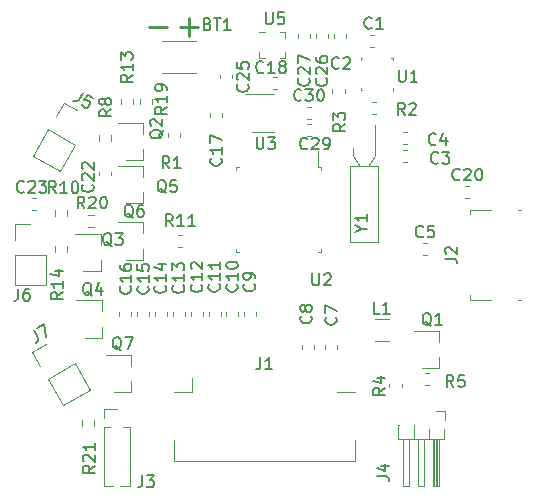
<source format=gbr>
G04 #@! TF.GenerationSoftware,KiCad,Pcbnew,5.1.8-1.fc33*
G04 #@! TF.CreationDate,2021-08-02T18:18:17+02:00*
G04 #@! TF.ProjectId,sense,73656e73-652e-46b6-9963-61645f706362,rev?*
G04 #@! TF.SameCoordinates,Original*
G04 #@! TF.FileFunction,Legend,Top*
G04 #@! TF.FilePolarity,Positive*
%FSLAX46Y46*%
G04 Gerber Fmt 4.6, Leading zero omitted, Abs format (unit mm)*
G04 Created by KiCad (PCBNEW 5.1.8-1.fc33) date 2021-08-02 18:18:17*
%MOMM*%
%LPD*%
G01*
G04 APERTURE LIST*
%ADD10C,0.220000*%
%ADD11C,0.120000*%
%ADD12C,0.100000*%
%ADD13C,0.150000*%
G04 APERTURE END LIST*
D10*
X149728095Y-99482857D02*
X151251904Y-99482857D01*
X152400095Y-99456857D02*
X153923904Y-99456857D01*
X153162000Y-100218761D02*
X153162000Y-98694952D01*
D11*
X144587742Y-115377500D02*
X145062258Y-115377500D01*
X144587742Y-116422500D02*
X145062258Y-116422500D01*
X166755000Y-111274000D02*
X166755000Y-117674000D01*
X166755000Y-117674000D02*
X169155000Y-117674000D01*
X169155000Y-117674000D02*
X169155000Y-111274000D01*
X169155000Y-111274000D02*
X166755000Y-111274000D01*
X167605000Y-111274000D02*
X167005000Y-110374000D01*
X167005000Y-110374000D02*
X167005000Y-109702600D01*
X168305000Y-111274000D02*
X168905000Y-110374000D01*
X168905000Y-110374000D02*
X168910000Y-107797600D01*
D12*
X170370000Y-102120000D02*
X170220000Y-102120000D01*
X170370000Y-102130000D02*
X170370000Y-102280000D01*
X167670000Y-102130000D02*
X167670000Y-102280000D01*
X167670000Y-102130000D02*
X167820000Y-102130000D01*
X167820000Y-104830000D02*
X167670000Y-104830000D01*
X167670000Y-104830000D02*
X167670000Y-104680000D01*
X170370000Y-104680000D02*
X170370000Y-104930000D01*
D11*
X153350000Y-130410000D02*
X151860000Y-130410000D01*
X165670000Y-130410000D02*
X167160000Y-130410000D01*
X151860000Y-134470000D02*
X151860000Y-136210000D01*
X151860000Y-136210000D02*
X167160000Y-136210000D01*
X167160000Y-136210000D02*
X167160000Y-134470000D01*
X153350000Y-130410000D02*
X153350000Y-129210000D01*
X153692064Y-103400000D02*
X150887936Y-103400000D01*
X153692064Y-100680000D02*
X150887936Y-100680000D01*
X168818779Y-100150000D02*
X168493221Y-100150000D01*
X168818779Y-101170000D02*
X168493221Y-101170000D01*
X165400000Y-100422779D02*
X165400000Y-100097221D01*
X166420000Y-100422779D02*
X166420000Y-100097221D01*
X171257221Y-109930000D02*
X171582779Y-109930000D01*
X171257221Y-110950000D02*
X171582779Y-110950000D01*
X171277221Y-109410000D02*
X171602779Y-109410000D01*
X171277221Y-108390000D02*
X171602779Y-108390000D01*
X172967221Y-118790000D02*
X173292779Y-118790000D01*
X172967221Y-117770000D02*
X173292779Y-117770000D01*
X164630000Y-126762779D02*
X164630000Y-126437221D01*
X165650000Y-126762779D02*
X165650000Y-126437221D01*
X162720000Y-126742779D02*
X162720000Y-126417221D01*
X163740000Y-126742779D02*
X163740000Y-126417221D01*
X158830000Y-123942779D02*
X158830000Y-123617221D01*
X157810000Y-123942779D02*
X157810000Y-123617221D01*
X157320000Y-123942779D02*
X157320000Y-123617221D01*
X156300000Y-123942779D02*
X156300000Y-123617221D01*
X154790000Y-123942779D02*
X154790000Y-123617221D01*
X155810000Y-123942779D02*
X155810000Y-123617221D01*
X153280000Y-123932779D02*
X153280000Y-123607221D01*
X154300000Y-123932779D02*
X154300000Y-123607221D01*
X152790000Y-123932779D02*
X152790000Y-123607221D01*
X151770000Y-123932779D02*
X151770000Y-123607221D01*
X150260000Y-123932779D02*
X150260000Y-123607221D01*
X151280000Y-123932779D02*
X151280000Y-123607221D01*
X149770000Y-123932779D02*
X149770000Y-123607221D01*
X148750000Y-123932779D02*
X148750000Y-123607221D01*
X148260000Y-123932779D02*
X148260000Y-123607221D01*
X147240000Y-123932779D02*
X147240000Y-123607221D01*
X154938000Y-106771221D02*
X154938000Y-107096779D01*
X155958000Y-106771221D02*
X155958000Y-107096779D01*
X160563779Y-104708420D02*
X160238221Y-104708420D01*
X160563779Y-103688420D02*
X160238221Y-103688420D01*
X174308040Y-128374260D02*
X174308040Y-127444260D01*
X174308040Y-125214260D02*
X174308040Y-126144260D01*
X174308040Y-125214260D02*
X172148040Y-125214260D01*
X174308040Y-128374260D02*
X172848040Y-128374260D01*
X152402000Y-108439721D02*
X152402000Y-108765279D01*
X151382000Y-108439721D02*
X151382000Y-108765279D01*
X168992779Y-105860000D02*
X168667221Y-105860000D01*
X168992779Y-106880000D02*
X168667221Y-106880000D01*
X165280000Y-105102779D02*
X165280000Y-104777221D01*
X166300000Y-105102779D02*
X166300000Y-104777221D01*
X171126880Y-129676941D02*
X171126880Y-130002499D01*
X170106880Y-129676941D02*
X170106880Y-130002499D01*
X173141421Y-129841720D02*
X173466979Y-129841720D01*
X173141421Y-128821720D02*
X173466979Y-128821720D01*
X158510000Y-108390000D02*
X160310000Y-108390000D01*
X160310000Y-105170000D02*
X157860000Y-105170000D01*
X176960000Y-114970000D02*
X176960000Y-115350000D01*
X181010000Y-114970000D02*
X181270000Y-114970000D01*
X176960000Y-114970000D02*
X178730000Y-114970000D01*
X176960000Y-122590000D02*
X176960000Y-122210000D01*
X178730000Y-122590000D02*
X176960000Y-122590000D01*
X181270000Y-122590000D02*
X181010000Y-122590000D01*
X152562779Y-118110000D02*
X152237221Y-118110000D01*
X152562779Y-117090000D02*
X152237221Y-117090000D01*
X157100000Y-118250000D02*
X157100000Y-118550000D01*
X157100000Y-118550000D02*
X157400000Y-118550000D01*
X157100000Y-111630000D02*
X157100000Y-111330000D01*
X157100000Y-111330000D02*
X157400000Y-111330000D01*
X164320000Y-118250000D02*
X164320000Y-118550000D01*
X164320000Y-118550000D02*
X164020000Y-118550000D01*
X164320000Y-111630000D02*
X164320000Y-111330000D01*
X164320000Y-111330000D02*
X164020000Y-111330000D01*
X164020000Y-111330000D02*
X164020000Y-110015000D01*
X176537221Y-113960000D02*
X176862779Y-113960000D01*
X176537221Y-112940000D02*
X176862779Y-112940000D01*
X168847936Y-124240000D02*
X170052064Y-124240000D01*
X168847936Y-126060000D02*
X170052064Y-126060000D01*
X145902660Y-138368080D02*
X146705130Y-138368080D01*
X147320190Y-138368080D02*
X148122660Y-138368080D01*
X145902660Y-133353080D02*
X145902660Y-138368080D01*
X148122660Y-133353080D02*
X148122660Y-138368080D01*
X145902660Y-133353080D02*
X146449189Y-133353080D01*
X147576131Y-133353080D02*
X148122660Y-133353080D01*
X145902660Y-132593080D02*
X145902660Y-131833080D01*
X145902660Y-131833080D02*
X147012660Y-131833080D01*
X159100000Y-99900000D02*
X159100000Y-99900000D01*
X159600000Y-99900000D02*
X159100000Y-99900000D01*
X159100000Y-101600000D02*
X159100000Y-101600000D01*
X159100000Y-102100000D02*
X159100000Y-101600000D01*
X159600000Y-102100000D02*
X159100000Y-102100000D01*
X160800000Y-102100000D02*
X160800000Y-102100000D01*
X161300000Y-102100000D02*
X160800000Y-102100000D01*
X161300000Y-101600000D02*
X161300000Y-102100000D01*
X161300000Y-100400000D02*
X161300000Y-100400000D01*
X161300000Y-99900000D02*
X161300000Y-100400000D01*
X160800000Y-99900000D02*
X161300000Y-99900000D01*
X156810000Y-103559420D02*
X156810000Y-103840580D01*
X155790000Y-103559420D02*
X155790000Y-103840580D01*
X164900000Y-100405580D02*
X164900000Y-100124420D01*
X163880000Y-100405580D02*
X163880000Y-100124420D01*
X163380000Y-100400580D02*
X163380000Y-100119420D01*
X162360000Y-100400580D02*
X162360000Y-100119420D01*
X174763740Y-133530880D02*
X174763740Y-134330880D01*
X174763740Y-134330880D02*
X170833740Y-134330880D01*
X170833740Y-134330880D02*
X170833740Y-133210880D01*
X170833740Y-133210880D02*
X170909063Y-133210880D01*
X174328740Y-134330880D02*
X174328740Y-138330880D01*
X174328740Y-138330880D02*
X173808740Y-138330880D01*
X173808740Y-138330880D02*
X173808740Y-134330880D01*
X174268740Y-134330880D02*
X174268740Y-138330880D01*
X174148740Y-134330880D02*
X174148740Y-138330880D01*
X174028740Y-134330880D02*
X174028740Y-138330880D01*
X173908740Y-134330880D02*
X173908740Y-138330880D01*
X173433740Y-133530880D02*
X173433740Y-134330880D01*
X173058740Y-134330880D02*
X173058740Y-138330880D01*
X173058740Y-138330880D02*
X172538740Y-138330880D01*
X172538740Y-138330880D02*
X172538740Y-134330880D01*
X172163740Y-133210880D02*
X172163740Y-134330880D01*
X172179063Y-133210880D02*
X172148417Y-133210880D01*
X171788740Y-134330880D02*
X171788740Y-138330880D01*
X171788740Y-138330880D02*
X171268740Y-138330880D01*
X171268740Y-138330880D02*
X171268740Y-134330880D01*
X174068740Y-132010880D02*
X174828740Y-132010880D01*
X174828740Y-132010880D02*
X174828740Y-132770880D01*
X163153480Y-108747020D02*
X163434640Y-108747020D01*
X163153480Y-107727020D02*
X163434640Y-107727020D01*
X163153480Y-106225880D02*
X163434640Y-106225880D01*
X163153480Y-107245880D02*
X163434640Y-107245880D01*
X142513186Y-105883186D02*
X143665000Y-106548186D01*
X141848186Y-107035000D02*
X142513186Y-105883186D01*
X141213186Y-108134852D02*
X143516814Y-109464852D01*
X143516814Y-109464852D02*
X142216814Y-111716518D01*
X141213186Y-108134852D02*
X139913186Y-110386518D01*
X139913186Y-110386518D02*
X142216814Y-111716518D01*
X138370000Y-121370000D02*
X141030000Y-121370000D01*
X138370000Y-118770000D02*
X138370000Y-121370000D01*
X141030000Y-118770000D02*
X141030000Y-121370000D01*
X138370000Y-118770000D02*
X141030000Y-118770000D01*
X138370000Y-117500000D02*
X138370000Y-116170000D01*
X138370000Y-116170000D02*
X139700000Y-116170000D01*
X139883186Y-127013186D02*
X141035000Y-126348186D01*
X140548186Y-128165000D02*
X139883186Y-127013186D01*
X141183186Y-129264852D02*
X143486814Y-127934852D01*
X143486814Y-127934852D02*
X144786814Y-130186518D01*
X141183186Y-129264852D02*
X142483186Y-131516518D01*
X142483186Y-131516518D02*
X144786814Y-130186518D01*
X149260000Y-110780000D02*
X149260000Y-109850000D01*
X149260000Y-107620000D02*
X149260000Y-108550000D01*
X149260000Y-107620000D02*
X147100000Y-107620000D01*
X149260000Y-110780000D02*
X147800000Y-110780000D01*
X145660000Y-120180000D02*
X145660000Y-119250000D01*
X145660000Y-117020000D02*
X145660000Y-117950000D01*
X145660000Y-117020000D02*
X143500000Y-117020000D01*
X145660000Y-120180000D02*
X144200000Y-120180000D01*
X145760000Y-125780000D02*
X144300000Y-125780000D01*
X145760000Y-122620000D02*
X143600000Y-122620000D01*
X145760000Y-122620000D02*
X145760000Y-123550000D01*
X145760000Y-125780000D02*
X145760000Y-124850000D01*
X149260000Y-114380000D02*
X147800000Y-114380000D01*
X149260000Y-111220000D02*
X147100000Y-111220000D01*
X149260000Y-111220000D02*
X149260000Y-112150000D01*
X149260000Y-114380000D02*
X149260000Y-113450000D01*
X149260000Y-119180000D02*
X147800000Y-119180000D01*
X149260000Y-116020000D02*
X147100000Y-116020000D01*
X149260000Y-116020000D02*
X149260000Y-116950000D01*
X149260000Y-119180000D02*
X149260000Y-118250000D01*
X148260000Y-130380000D02*
X148260000Y-129450000D01*
X148260000Y-127220000D02*
X148260000Y-128150000D01*
X148260000Y-127220000D02*
X146100000Y-127220000D01*
X148260000Y-130380000D02*
X146800000Y-130380000D01*
X146522500Y-108662742D02*
X146522500Y-109137258D01*
X145477500Y-108662742D02*
X145477500Y-109137258D01*
X141777500Y-114987742D02*
X141777500Y-115462258D01*
X142822500Y-114987742D02*
X142822500Y-115462258D01*
X147377500Y-105562742D02*
X147377500Y-106037258D01*
X148422500Y-105562742D02*
X148422500Y-106037258D01*
X142822500Y-118062742D02*
X142822500Y-118537258D01*
X141777500Y-118062742D02*
X141777500Y-118537258D01*
X150022500Y-106037258D02*
X150022500Y-105562742D01*
X148977500Y-106037258D02*
X148977500Y-105562742D01*
X145122500Y-132762742D02*
X145122500Y-133237258D01*
X144077500Y-132762742D02*
X144077500Y-133237258D01*
X145490000Y-111759420D02*
X145490000Y-112040580D01*
X146510000Y-111759420D02*
X146510000Y-112040580D01*
X139859420Y-115010000D02*
X140140580Y-115010000D01*
X139859420Y-113990000D02*
X140140580Y-113990000D01*
D13*
X144282142Y-114852380D02*
X143948809Y-114376190D01*
X143710714Y-114852380D02*
X143710714Y-113852380D01*
X144091666Y-113852380D01*
X144186904Y-113900000D01*
X144234523Y-113947619D01*
X144282142Y-114042857D01*
X144282142Y-114185714D01*
X144234523Y-114280952D01*
X144186904Y-114328571D01*
X144091666Y-114376190D01*
X143710714Y-114376190D01*
X144663095Y-113947619D02*
X144710714Y-113900000D01*
X144805952Y-113852380D01*
X145044047Y-113852380D01*
X145139285Y-113900000D01*
X145186904Y-113947619D01*
X145234523Y-114042857D01*
X145234523Y-114138095D01*
X145186904Y-114280952D01*
X144615476Y-114852380D01*
X145234523Y-114852380D01*
X145853571Y-113852380D02*
X145948809Y-113852380D01*
X146044047Y-113900000D01*
X146091666Y-113947619D01*
X146139285Y-114042857D01*
X146186904Y-114233333D01*
X146186904Y-114471428D01*
X146139285Y-114661904D01*
X146091666Y-114757142D01*
X146044047Y-114804761D01*
X145948809Y-114852380D01*
X145853571Y-114852380D01*
X145758333Y-114804761D01*
X145710714Y-114757142D01*
X145663095Y-114661904D01*
X145615476Y-114471428D01*
X145615476Y-114233333D01*
X145663095Y-114042857D01*
X145710714Y-113947619D01*
X145758333Y-113900000D01*
X145853571Y-113852380D01*
X167743190Y-116554190D02*
X168219380Y-116554190D01*
X167219380Y-116887523D02*
X167743190Y-116554190D01*
X167219380Y-116220857D01*
X168219380Y-115363714D02*
X168219380Y-115935142D01*
X168219380Y-115649428D02*
X167219380Y-115649428D01*
X167362238Y-115744666D01*
X167457476Y-115839904D01*
X167505095Y-115935142D01*
X170898095Y-103122380D02*
X170898095Y-103931904D01*
X170945714Y-104027142D01*
X170993333Y-104074761D01*
X171088571Y-104122380D01*
X171279047Y-104122380D01*
X171374285Y-104074761D01*
X171421904Y-104027142D01*
X171469523Y-103931904D01*
X171469523Y-103122380D01*
X172469523Y-104122380D02*
X171898095Y-104122380D01*
X172183809Y-104122380D02*
X172183809Y-103122380D01*
X172088571Y-103265238D01*
X171993333Y-103360476D01*
X171898095Y-103408095D01*
X159176666Y-127462380D02*
X159176666Y-128176666D01*
X159129047Y-128319523D01*
X159033809Y-128414761D01*
X158890952Y-128462380D01*
X158795714Y-128462380D01*
X160176666Y-128462380D02*
X159605238Y-128462380D01*
X159890952Y-128462380D02*
X159890952Y-127462380D01*
X159795714Y-127605238D01*
X159700476Y-127700476D01*
X159605238Y-127748095D01*
X154714285Y-99228571D02*
X154857142Y-99276190D01*
X154904761Y-99323809D01*
X154952380Y-99419047D01*
X154952380Y-99561904D01*
X154904761Y-99657142D01*
X154857142Y-99704761D01*
X154761904Y-99752380D01*
X154380952Y-99752380D01*
X154380952Y-98752380D01*
X154714285Y-98752380D01*
X154809523Y-98800000D01*
X154857142Y-98847619D01*
X154904761Y-98942857D01*
X154904761Y-99038095D01*
X154857142Y-99133333D01*
X154809523Y-99180952D01*
X154714285Y-99228571D01*
X154380952Y-99228571D01*
X155238095Y-98752380D02*
X155809523Y-98752380D01*
X155523809Y-99752380D02*
X155523809Y-98752380D01*
X156666666Y-99752380D02*
X156095238Y-99752380D01*
X156380952Y-99752380D02*
X156380952Y-98752380D01*
X156285714Y-98895238D01*
X156190476Y-98990476D01*
X156095238Y-99038095D01*
X168603333Y-99547142D02*
X168555714Y-99594761D01*
X168412857Y-99642380D01*
X168317619Y-99642380D01*
X168174761Y-99594761D01*
X168079523Y-99499523D01*
X168031904Y-99404285D01*
X167984285Y-99213809D01*
X167984285Y-99070952D01*
X168031904Y-98880476D01*
X168079523Y-98785238D01*
X168174761Y-98690000D01*
X168317619Y-98642380D01*
X168412857Y-98642380D01*
X168555714Y-98690000D01*
X168603333Y-98737619D01*
X169555714Y-99642380D02*
X168984285Y-99642380D01*
X169270000Y-99642380D02*
X169270000Y-98642380D01*
X169174761Y-98785238D01*
X169079523Y-98880476D01*
X168984285Y-98928095D01*
X165823333Y-102937142D02*
X165775714Y-102984761D01*
X165632857Y-103032380D01*
X165537619Y-103032380D01*
X165394761Y-102984761D01*
X165299523Y-102889523D01*
X165251904Y-102794285D01*
X165204285Y-102603809D01*
X165204285Y-102460952D01*
X165251904Y-102270476D01*
X165299523Y-102175238D01*
X165394761Y-102080000D01*
X165537619Y-102032380D01*
X165632857Y-102032380D01*
X165775714Y-102080000D01*
X165823333Y-102127619D01*
X166204285Y-102127619D02*
X166251904Y-102080000D01*
X166347142Y-102032380D01*
X166585238Y-102032380D01*
X166680476Y-102080000D01*
X166728095Y-102127619D01*
X166775714Y-102222857D01*
X166775714Y-102318095D01*
X166728095Y-102460952D01*
X166156666Y-103032380D01*
X166775714Y-103032380D01*
X174233333Y-110967142D02*
X174185714Y-111014761D01*
X174042857Y-111062380D01*
X173947619Y-111062380D01*
X173804761Y-111014761D01*
X173709523Y-110919523D01*
X173661904Y-110824285D01*
X173614285Y-110633809D01*
X173614285Y-110490952D01*
X173661904Y-110300476D01*
X173709523Y-110205238D01*
X173804761Y-110110000D01*
X173947619Y-110062380D01*
X174042857Y-110062380D01*
X174185714Y-110110000D01*
X174233333Y-110157619D01*
X174566666Y-110062380D02*
X175185714Y-110062380D01*
X174852380Y-110443333D01*
X174995238Y-110443333D01*
X175090476Y-110490952D01*
X175138095Y-110538571D01*
X175185714Y-110633809D01*
X175185714Y-110871904D01*
X175138095Y-110967142D01*
X175090476Y-111014761D01*
X174995238Y-111062380D01*
X174709523Y-111062380D01*
X174614285Y-111014761D01*
X174566666Y-110967142D01*
X174033333Y-109397142D02*
X173985714Y-109444761D01*
X173842857Y-109492380D01*
X173747619Y-109492380D01*
X173604761Y-109444761D01*
X173509523Y-109349523D01*
X173461904Y-109254285D01*
X173414285Y-109063809D01*
X173414285Y-108920952D01*
X173461904Y-108730476D01*
X173509523Y-108635238D01*
X173604761Y-108540000D01*
X173747619Y-108492380D01*
X173842857Y-108492380D01*
X173985714Y-108540000D01*
X174033333Y-108587619D01*
X174890476Y-108825714D02*
X174890476Y-109492380D01*
X174652380Y-108444761D02*
X174414285Y-109159047D01*
X175033333Y-109159047D01*
X172963333Y-117207142D02*
X172915714Y-117254761D01*
X172772857Y-117302380D01*
X172677619Y-117302380D01*
X172534761Y-117254761D01*
X172439523Y-117159523D01*
X172391904Y-117064285D01*
X172344285Y-116873809D01*
X172344285Y-116730952D01*
X172391904Y-116540476D01*
X172439523Y-116445238D01*
X172534761Y-116350000D01*
X172677619Y-116302380D01*
X172772857Y-116302380D01*
X172915714Y-116350000D01*
X172963333Y-116397619D01*
X173868095Y-116302380D02*
X173391904Y-116302380D01*
X173344285Y-116778571D01*
X173391904Y-116730952D01*
X173487142Y-116683333D01*
X173725238Y-116683333D01*
X173820476Y-116730952D01*
X173868095Y-116778571D01*
X173915714Y-116873809D01*
X173915714Y-117111904D01*
X173868095Y-117207142D01*
X173820476Y-117254761D01*
X173725238Y-117302380D01*
X173487142Y-117302380D01*
X173391904Y-117254761D01*
X173344285Y-117207142D01*
X165567142Y-124066666D02*
X165614761Y-124114285D01*
X165662380Y-124257142D01*
X165662380Y-124352380D01*
X165614761Y-124495238D01*
X165519523Y-124590476D01*
X165424285Y-124638095D01*
X165233809Y-124685714D01*
X165090952Y-124685714D01*
X164900476Y-124638095D01*
X164805238Y-124590476D01*
X164710000Y-124495238D01*
X164662380Y-124352380D01*
X164662380Y-124257142D01*
X164710000Y-124114285D01*
X164757619Y-124066666D01*
X164662380Y-123733333D02*
X164662380Y-123066666D01*
X165662380Y-123495238D01*
X163447142Y-123966666D02*
X163494761Y-124014285D01*
X163542380Y-124157142D01*
X163542380Y-124252380D01*
X163494761Y-124395238D01*
X163399523Y-124490476D01*
X163304285Y-124538095D01*
X163113809Y-124585714D01*
X162970952Y-124585714D01*
X162780476Y-124538095D01*
X162685238Y-124490476D01*
X162590000Y-124395238D01*
X162542380Y-124252380D01*
X162542380Y-124157142D01*
X162590000Y-124014285D01*
X162637619Y-123966666D01*
X162970952Y-123395238D02*
X162923333Y-123490476D01*
X162875714Y-123538095D01*
X162780476Y-123585714D01*
X162732857Y-123585714D01*
X162637619Y-123538095D01*
X162590000Y-123490476D01*
X162542380Y-123395238D01*
X162542380Y-123204761D01*
X162590000Y-123109523D01*
X162637619Y-123061904D01*
X162732857Y-123014285D01*
X162780476Y-123014285D01*
X162875714Y-123061904D01*
X162923333Y-123109523D01*
X162970952Y-123204761D01*
X162970952Y-123395238D01*
X163018571Y-123490476D01*
X163066190Y-123538095D01*
X163161428Y-123585714D01*
X163351904Y-123585714D01*
X163447142Y-123538095D01*
X163494761Y-123490476D01*
X163542380Y-123395238D01*
X163542380Y-123204761D01*
X163494761Y-123109523D01*
X163447142Y-123061904D01*
X163351904Y-123014285D01*
X163161428Y-123014285D01*
X163066190Y-123061904D01*
X163018571Y-123109523D01*
X162970952Y-123204761D01*
X158637142Y-121256666D02*
X158684761Y-121304285D01*
X158732380Y-121447142D01*
X158732380Y-121542380D01*
X158684761Y-121685238D01*
X158589523Y-121780476D01*
X158494285Y-121828095D01*
X158303809Y-121875714D01*
X158160952Y-121875714D01*
X157970476Y-121828095D01*
X157875238Y-121780476D01*
X157780000Y-121685238D01*
X157732380Y-121542380D01*
X157732380Y-121447142D01*
X157780000Y-121304285D01*
X157827619Y-121256666D01*
X158732380Y-120780476D02*
X158732380Y-120590000D01*
X158684761Y-120494761D01*
X158637142Y-120447142D01*
X158494285Y-120351904D01*
X158303809Y-120304285D01*
X157922857Y-120304285D01*
X157827619Y-120351904D01*
X157780000Y-120399523D01*
X157732380Y-120494761D01*
X157732380Y-120685238D01*
X157780000Y-120780476D01*
X157827619Y-120828095D01*
X157922857Y-120875714D01*
X158160952Y-120875714D01*
X158256190Y-120828095D01*
X158303809Y-120780476D01*
X158351428Y-120685238D01*
X158351428Y-120494761D01*
X158303809Y-120399523D01*
X158256190Y-120351904D01*
X158160952Y-120304285D01*
X157167142Y-121272857D02*
X157214761Y-121320476D01*
X157262380Y-121463333D01*
X157262380Y-121558571D01*
X157214761Y-121701428D01*
X157119523Y-121796666D01*
X157024285Y-121844285D01*
X156833809Y-121891904D01*
X156690952Y-121891904D01*
X156500476Y-121844285D01*
X156405238Y-121796666D01*
X156310000Y-121701428D01*
X156262380Y-121558571D01*
X156262380Y-121463333D01*
X156310000Y-121320476D01*
X156357619Y-121272857D01*
X157262380Y-120320476D02*
X157262380Y-120891904D01*
X157262380Y-120606190D02*
X156262380Y-120606190D01*
X156405238Y-120701428D01*
X156500476Y-120796666D01*
X156548095Y-120891904D01*
X156262380Y-119701428D02*
X156262380Y-119606190D01*
X156310000Y-119510952D01*
X156357619Y-119463333D01*
X156452857Y-119415714D01*
X156643333Y-119368095D01*
X156881428Y-119368095D01*
X157071904Y-119415714D01*
X157167142Y-119463333D01*
X157214761Y-119510952D01*
X157262380Y-119606190D01*
X157262380Y-119701428D01*
X157214761Y-119796666D01*
X157167142Y-119844285D01*
X157071904Y-119891904D01*
X156881428Y-119939523D01*
X156643333Y-119939523D01*
X156452857Y-119891904D01*
X156357619Y-119844285D01*
X156310000Y-119796666D01*
X156262380Y-119701428D01*
X155677142Y-121272857D02*
X155724761Y-121320476D01*
X155772380Y-121463333D01*
X155772380Y-121558571D01*
X155724761Y-121701428D01*
X155629523Y-121796666D01*
X155534285Y-121844285D01*
X155343809Y-121891904D01*
X155200952Y-121891904D01*
X155010476Y-121844285D01*
X154915238Y-121796666D01*
X154820000Y-121701428D01*
X154772380Y-121558571D01*
X154772380Y-121463333D01*
X154820000Y-121320476D01*
X154867619Y-121272857D01*
X155772380Y-120320476D02*
X155772380Y-120891904D01*
X155772380Y-120606190D02*
X154772380Y-120606190D01*
X154915238Y-120701428D01*
X155010476Y-120796666D01*
X155058095Y-120891904D01*
X155772380Y-119368095D02*
X155772380Y-119939523D01*
X155772380Y-119653809D02*
X154772380Y-119653809D01*
X154915238Y-119749047D01*
X155010476Y-119844285D01*
X155058095Y-119939523D01*
X154167142Y-121302857D02*
X154214761Y-121350476D01*
X154262380Y-121493333D01*
X154262380Y-121588571D01*
X154214761Y-121731428D01*
X154119523Y-121826666D01*
X154024285Y-121874285D01*
X153833809Y-121921904D01*
X153690952Y-121921904D01*
X153500476Y-121874285D01*
X153405238Y-121826666D01*
X153310000Y-121731428D01*
X153262380Y-121588571D01*
X153262380Y-121493333D01*
X153310000Y-121350476D01*
X153357619Y-121302857D01*
X154262380Y-120350476D02*
X154262380Y-120921904D01*
X154262380Y-120636190D02*
X153262380Y-120636190D01*
X153405238Y-120731428D01*
X153500476Y-120826666D01*
X153548095Y-120921904D01*
X153357619Y-119969523D02*
X153310000Y-119921904D01*
X153262380Y-119826666D01*
X153262380Y-119588571D01*
X153310000Y-119493333D01*
X153357619Y-119445714D01*
X153452857Y-119398095D01*
X153548095Y-119398095D01*
X153690952Y-119445714D01*
X154262380Y-120017142D01*
X154262380Y-119398095D01*
X152637142Y-121372857D02*
X152684761Y-121420476D01*
X152732380Y-121563333D01*
X152732380Y-121658571D01*
X152684761Y-121801428D01*
X152589523Y-121896666D01*
X152494285Y-121944285D01*
X152303809Y-121991904D01*
X152160952Y-121991904D01*
X151970476Y-121944285D01*
X151875238Y-121896666D01*
X151780000Y-121801428D01*
X151732380Y-121658571D01*
X151732380Y-121563333D01*
X151780000Y-121420476D01*
X151827619Y-121372857D01*
X152732380Y-120420476D02*
X152732380Y-120991904D01*
X152732380Y-120706190D02*
X151732380Y-120706190D01*
X151875238Y-120801428D01*
X151970476Y-120896666D01*
X152018095Y-120991904D01*
X151732380Y-120087142D02*
X151732380Y-119468095D01*
X152113333Y-119801428D01*
X152113333Y-119658571D01*
X152160952Y-119563333D01*
X152208571Y-119515714D01*
X152303809Y-119468095D01*
X152541904Y-119468095D01*
X152637142Y-119515714D01*
X152684761Y-119563333D01*
X152732380Y-119658571D01*
X152732380Y-119944285D01*
X152684761Y-120039523D01*
X152637142Y-120087142D01*
X151097142Y-121382857D02*
X151144761Y-121430476D01*
X151192380Y-121573333D01*
X151192380Y-121668571D01*
X151144761Y-121811428D01*
X151049523Y-121906666D01*
X150954285Y-121954285D01*
X150763809Y-122001904D01*
X150620952Y-122001904D01*
X150430476Y-121954285D01*
X150335238Y-121906666D01*
X150240000Y-121811428D01*
X150192380Y-121668571D01*
X150192380Y-121573333D01*
X150240000Y-121430476D01*
X150287619Y-121382857D01*
X151192380Y-120430476D02*
X151192380Y-121001904D01*
X151192380Y-120716190D02*
X150192380Y-120716190D01*
X150335238Y-120811428D01*
X150430476Y-120906666D01*
X150478095Y-121001904D01*
X150525714Y-119573333D02*
X151192380Y-119573333D01*
X150144761Y-119811428D02*
X150859047Y-120049523D01*
X150859047Y-119430476D01*
X149657142Y-121442857D02*
X149704761Y-121490476D01*
X149752380Y-121633333D01*
X149752380Y-121728571D01*
X149704761Y-121871428D01*
X149609523Y-121966666D01*
X149514285Y-122014285D01*
X149323809Y-122061904D01*
X149180952Y-122061904D01*
X148990476Y-122014285D01*
X148895238Y-121966666D01*
X148800000Y-121871428D01*
X148752380Y-121728571D01*
X148752380Y-121633333D01*
X148800000Y-121490476D01*
X148847619Y-121442857D01*
X149752380Y-120490476D02*
X149752380Y-121061904D01*
X149752380Y-120776190D02*
X148752380Y-120776190D01*
X148895238Y-120871428D01*
X148990476Y-120966666D01*
X149038095Y-121061904D01*
X148752380Y-119585714D02*
X148752380Y-120061904D01*
X149228571Y-120109523D01*
X149180952Y-120061904D01*
X149133333Y-119966666D01*
X149133333Y-119728571D01*
X149180952Y-119633333D01*
X149228571Y-119585714D01*
X149323809Y-119538095D01*
X149561904Y-119538095D01*
X149657142Y-119585714D01*
X149704761Y-119633333D01*
X149752380Y-119728571D01*
X149752380Y-119966666D01*
X149704761Y-120061904D01*
X149657142Y-120109523D01*
X148157142Y-121442857D02*
X148204761Y-121490476D01*
X148252380Y-121633333D01*
X148252380Y-121728571D01*
X148204761Y-121871428D01*
X148109523Y-121966666D01*
X148014285Y-122014285D01*
X147823809Y-122061904D01*
X147680952Y-122061904D01*
X147490476Y-122014285D01*
X147395238Y-121966666D01*
X147300000Y-121871428D01*
X147252380Y-121728571D01*
X147252380Y-121633333D01*
X147300000Y-121490476D01*
X147347619Y-121442857D01*
X148252380Y-120490476D02*
X148252380Y-121061904D01*
X148252380Y-120776190D02*
X147252380Y-120776190D01*
X147395238Y-120871428D01*
X147490476Y-120966666D01*
X147538095Y-121061904D01*
X147252380Y-119633333D02*
X147252380Y-119823809D01*
X147300000Y-119919047D01*
X147347619Y-119966666D01*
X147490476Y-120061904D01*
X147680952Y-120109523D01*
X148061904Y-120109523D01*
X148157142Y-120061904D01*
X148204761Y-120014285D01*
X148252380Y-119919047D01*
X148252380Y-119728571D01*
X148204761Y-119633333D01*
X148157142Y-119585714D01*
X148061904Y-119538095D01*
X147823809Y-119538095D01*
X147728571Y-119585714D01*
X147680952Y-119633333D01*
X147633333Y-119728571D01*
X147633333Y-119919047D01*
X147680952Y-120014285D01*
X147728571Y-120061904D01*
X147823809Y-120109523D01*
X155825142Y-110596857D02*
X155872761Y-110644476D01*
X155920380Y-110787333D01*
X155920380Y-110882571D01*
X155872761Y-111025428D01*
X155777523Y-111120666D01*
X155682285Y-111168285D01*
X155491809Y-111215904D01*
X155348952Y-111215904D01*
X155158476Y-111168285D01*
X155063238Y-111120666D01*
X154968000Y-111025428D01*
X154920380Y-110882571D01*
X154920380Y-110787333D01*
X154968000Y-110644476D01*
X155015619Y-110596857D01*
X155920380Y-109644476D02*
X155920380Y-110215904D01*
X155920380Y-109930190D02*
X154920380Y-109930190D01*
X155063238Y-110025428D01*
X155158476Y-110120666D01*
X155206095Y-110215904D01*
X154920380Y-109311142D02*
X154920380Y-108644476D01*
X155920380Y-109073047D01*
X159438102Y-103295722D02*
X159390483Y-103343341D01*
X159247626Y-103390960D01*
X159152388Y-103390960D01*
X159009531Y-103343341D01*
X158914293Y-103248103D01*
X158866674Y-103152865D01*
X158819055Y-102962389D01*
X158819055Y-102819532D01*
X158866674Y-102629056D01*
X158914293Y-102533818D01*
X159009531Y-102438580D01*
X159152388Y-102390960D01*
X159247626Y-102390960D01*
X159390483Y-102438580D01*
X159438102Y-102486199D01*
X160390483Y-103390960D02*
X159819055Y-103390960D01*
X160104769Y-103390960D02*
X160104769Y-102390960D01*
X160009531Y-102533818D01*
X159914293Y-102629056D01*
X159819055Y-102676675D01*
X160961912Y-102819532D02*
X160866674Y-102771913D01*
X160819055Y-102724294D01*
X160771436Y-102629056D01*
X160771436Y-102581437D01*
X160819055Y-102486199D01*
X160866674Y-102438580D01*
X160961912Y-102390960D01*
X161152388Y-102390960D01*
X161247626Y-102438580D01*
X161295245Y-102486199D01*
X161342864Y-102581437D01*
X161342864Y-102629056D01*
X161295245Y-102724294D01*
X161247626Y-102771913D01*
X161152388Y-102819532D01*
X160961912Y-102819532D01*
X160866674Y-102867151D01*
X160819055Y-102914770D01*
X160771436Y-103010008D01*
X160771436Y-103200484D01*
X160819055Y-103295722D01*
X160866674Y-103343341D01*
X160961912Y-103390960D01*
X161152388Y-103390960D01*
X161247626Y-103343341D01*
X161295245Y-103295722D01*
X161342864Y-103200484D01*
X161342864Y-103010008D01*
X161295245Y-102914770D01*
X161247626Y-102867151D01*
X161152388Y-102819532D01*
X173640761Y-124799339D02*
X173545523Y-124751720D01*
X173450285Y-124656481D01*
X173307428Y-124513624D01*
X173212190Y-124466005D01*
X173116952Y-124466005D01*
X173164571Y-124704100D02*
X173069333Y-124656481D01*
X172974095Y-124561243D01*
X172926476Y-124370767D01*
X172926476Y-124037434D01*
X172974095Y-123846958D01*
X173069333Y-123751720D01*
X173164571Y-123704100D01*
X173355047Y-123704100D01*
X173450285Y-123751720D01*
X173545523Y-123846958D01*
X173593142Y-124037434D01*
X173593142Y-124370767D01*
X173545523Y-124561243D01*
X173450285Y-124656481D01*
X173355047Y-124704100D01*
X173164571Y-124704100D01*
X174545523Y-124704100D02*
X173974095Y-124704100D01*
X174259809Y-124704100D02*
X174259809Y-123704100D01*
X174164571Y-123846958D01*
X174069333Y-123942196D01*
X173974095Y-123989815D01*
X151471333Y-111450380D02*
X151138000Y-110974190D01*
X150899904Y-111450380D02*
X150899904Y-110450380D01*
X151280857Y-110450380D01*
X151376095Y-110498000D01*
X151423714Y-110545619D01*
X151471333Y-110640857D01*
X151471333Y-110783714D01*
X151423714Y-110878952D01*
X151376095Y-110926571D01*
X151280857Y-110974190D01*
X150899904Y-110974190D01*
X152423714Y-111450380D02*
X151852285Y-111450380D01*
X152138000Y-111450380D02*
X152138000Y-110450380D01*
X152042761Y-110593238D01*
X151947523Y-110688476D01*
X151852285Y-110736095D01*
X171403333Y-106922380D02*
X171070000Y-106446190D01*
X170831904Y-106922380D02*
X170831904Y-105922380D01*
X171212857Y-105922380D01*
X171308095Y-105970000D01*
X171355714Y-106017619D01*
X171403333Y-106112857D01*
X171403333Y-106255714D01*
X171355714Y-106350952D01*
X171308095Y-106398571D01*
X171212857Y-106446190D01*
X170831904Y-106446190D01*
X171784285Y-106017619D02*
X171831904Y-105970000D01*
X171927142Y-105922380D01*
X172165238Y-105922380D01*
X172260476Y-105970000D01*
X172308095Y-106017619D01*
X172355714Y-106112857D01*
X172355714Y-106208095D01*
X172308095Y-106350952D01*
X171736666Y-106922380D01*
X172355714Y-106922380D01*
X166362380Y-107686666D02*
X165886190Y-108020000D01*
X166362380Y-108258095D02*
X165362380Y-108258095D01*
X165362380Y-107877142D01*
X165410000Y-107781904D01*
X165457619Y-107734285D01*
X165552857Y-107686666D01*
X165695714Y-107686666D01*
X165790952Y-107734285D01*
X165838571Y-107781904D01*
X165886190Y-107877142D01*
X165886190Y-108258095D01*
X165362380Y-107353333D02*
X165362380Y-106734285D01*
X165743333Y-107067619D01*
X165743333Y-106924761D01*
X165790952Y-106829523D01*
X165838571Y-106781904D01*
X165933809Y-106734285D01*
X166171904Y-106734285D01*
X166267142Y-106781904D01*
X166314761Y-106829523D01*
X166362380Y-106924761D01*
X166362380Y-107210476D01*
X166314761Y-107305714D01*
X166267142Y-107353333D01*
X169725600Y-130041946D02*
X169249410Y-130375280D01*
X169725600Y-130613375D02*
X168725600Y-130613375D01*
X168725600Y-130232422D01*
X168773220Y-130137184D01*
X168820839Y-130089565D01*
X168916077Y-130041946D01*
X169058934Y-130041946D01*
X169154172Y-130089565D01*
X169201791Y-130137184D01*
X169249410Y-130232422D01*
X169249410Y-130613375D01*
X169058934Y-129184803D02*
X169725600Y-129184803D01*
X168677981Y-129422899D02*
X169392267Y-129660994D01*
X169392267Y-129041946D01*
X175527533Y-129954100D02*
X175194200Y-129477910D01*
X174956104Y-129954100D02*
X174956104Y-128954100D01*
X175337057Y-128954100D01*
X175432295Y-129001720D01*
X175479914Y-129049339D01*
X175527533Y-129144577D01*
X175527533Y-129287434D01*
X175479914Y-129382672D01*
X175432295Y-129430291D01*
X175337057Y-129477910D01*
X174956104Y-129477910D01*
X176432295Y-128954100D02*
X175956104Y-128954100D01*
X175908485Y-129430291D01*
X175956104Y-129382672D01*
X176051342Y-129335053D01*
X176289438Y-129335053D01*
X176384676Y-129382672D01*
X176432295Y-129430291D01*
X176479914Y-129525529D01*
X176479914Y-129763624D01*
X176432295Y-129858862D01*
X176384676Y-129906481D01*
X176289438Y-129954100D01*
X176051342Y-129954100D01*
X175956104Y-129906481D01*
X175908485Y-129858862D01*
X158854235Y-108812080D02*
X158854235Y-109621604D01*
X158901854Y-109716842D01*
X158949473Y-109764461D01*
X159044711Y-109812080D01*
X159235187Y-109812080D01*
X159330425Y-109764461D01*
X159378044Y-109716842D01*
X159425663Y-109621604D01*
X159425663Y-108812080D01*
X159806616Y-108812080D02*
X160425663Y-108812080D01*
X160092330Y-109193033D01*
X160235187Y-109193033D01*
X160330425Y-109240652D01*
X160378044Y-109288271D01*
X160425663Y-109383509D01*
X160425663Y-109621604D01*
X160378044Y-109716842D01*
X160330425Y-109764461D01*
X160235187Y-109812080D01*
X159949473Y-109812080D01*
X159854235Y-109764461D01*
X159806616Y-109716842D01*
X174822380Y-119113333D02*
X175536666Y-119113333D01*
X175679523Y-119160952D01*
X175774761Y-119256190D01*
X175822380Y-119399047D01*
X175822380Y-119494285D01*
X174917619Y-118684761D02*
X174870000Y-118637142D01*
X174822380Y-118541904D01*
X174822380Y-118303809D01*
X174870000Y-118208571D01*
X174917619Y-118160952D01*
X175012857Y-118113333D01*
X175108095Y-118113333D01*
X175250952Y-118160952D01*
X175822380Y-118732380D01*
X175822380Y-118113333D01*
X151757142Y-116352380D02*
X151423809Y-115876190D01*
X151185714Y-116352380D02*
X151185714Y-115352380D01*
X151566666Y-115352380D01*
X151661904Y-115400000D01*
X151709523Y-115447619D01*
X151757142Y-115542857D01*
X151757142Y-115685714D01*
X151709523Y-115780952D01*
X151661904Y-115828571D01*
X151566666Y-115876190D01*
X151185714Y-115876190D01*
X152709523Y-116352380D02*
X152138095Y-116352380D01*
X152423809Y-116352380D02*
X152423809Y-115352380D01*
X152328571Y-115495238D01*
X152233333Y-115590476D01*
X152138095Y-115638095D01*
X153661904Y-116352380D02*
X153090476Y-116352380D01*
X153376190Y-116352380D02*
X153376190Y-115352380D01*
X153280952Y-115495238D01*
X153185714Y-115590476D01*
X153090476Y-115638095D01*
X163576095Y-120356380D02*
X163576095Y-121165904D01*
X163623714Y-121261142D01*
X163671333Y-121308761D01*
X163766571Y-121356380D01*
X163957047Y-121356380D01*
X164052285Y-121308761D01*
X164099904Y-121261142D01*
X164147523Y-121165904D01*
X164147523Y-120356380D01*
X164576095Y-120451619D02*
X164623714Y-120404000D01*
X164718952Y-120356380D01*
X164957047Y-120356380D01*
X165052285Y-120404000D01*
X165099904Y-120451619D01*
X165147523Y-120546857D01*
X165147523Y-120642095D01*
X165099904Y-120784952D01*
X164528476Y-121356380D01*
X165147523Y-121356380D01*
X176057142Y-112377142D02*
X176009523Y-112424761D01*
X175866666Y-112472380D01*
X175771428Y-112472380D01*
X175628571Y-112424761D01*
X175533333Y-112329523D01*
X175485714Y-112234285D01*
X175438095Y-112043809D01*
X175438095Y-111900952D01*
X175485714Y-111710476D01*
X175533333Y-111615238D01*
X175628571Y-111520000D01*
X175771428Y-111472380D01*
X175866666Y-111472380D01*
X176009523Y-111520000D01*
X176057142Y-111567619D01*
X176438095Y-111567619D02*
X176485714Y-111520000D01*
X176580952Y-111472380D01*
X176819047Y-111472380D01*
X176914285Y-111520000D01*
X176961904Y-111567619D01*
X177009523Y-111662857D01*
X177009523Y-111758095D01*
X176961904Y-111900952D01*
X176390476Y-112472380D01*
X177009523Y-112472380D01*
X177628571Y-111472380D02*
X177723809Y-111472380D01*
X177819047Y-111520000D01*
X177866666Y-111567619D01*
X177914285Y-111662857D01*
X177961904Y-111853333D01*
X177961904Y-112091428D01*
X177914285Y-112281904D01*
X177866666Y-112377142D01*
X177819047Y-112424761D01*
X177723809Y-112472380D01*
X177628571Y-112472380D01*
X177533333Y-112424761D01*
X177485714Y-112377142D01*
X177438095Y-112281904D01*
X177390476Y-112091428D01*
X177390476Y-111853333D01*
X177438095Y-111662857D01*
X177485714Y-111567619D01*
X177533333Y-111520000D01*
X177628571Y-111472380D01*
X169283333Y-123782380D02*
X168807142Y-123782380D01*
X168807142Y-122782380D01*
X170140476Y-123782380D02*
X169569047Y-123782380D01*
X169854761Y-123782380D02*
X169854761Y-122782380D01*
X169759523Y-122925238D01*
X169664285Y-123020476D01*
X169569047Y-123068095D01*
X149166666Y-137452380D02*
X149166666Y-138166666D01*
X149119047Y-138309523D01*
X149023809Y-138404761D01*
X148880952Y-138452380D01*
X148785714Y-138452380D01*
X149547619Y-137452380D02*
X150166666Y-137452380D01*
X149833333Y-137833333D01*
X149976190Y-137833333D01*
X150071428Y-137880952D01*
X150119047Y-137928571D01*
X150166666Y-138023809D01*
X150166666Y-138261904D01*
X150119047Y-138357142D01*
X150071428Y-138404761D01*
X149976190Y-138452380D01*
X149690476Y-138452380D01*
X149595238Y-138404761D01*
X149547619Y-138357142D01*
X159638095Y-98252380D02*
X159638095Y-99061904D01*
X159685714Y-99157142D01*
X159733333Y-99204761D01*
X159828571Y-99252380D01*
X160019047Y-99252380D01*
X160114285Y-99204761D01*
X160161904Y-99157142D01*
X160209523Y-99061904D01*
X160209523Y-98252380D01*
X161161904Y-98252380D02*
X160685714Y-98252380D01*
X160638095Y-98728571D01*
X160685714Y-98680952D01*
X160780952Y-98633333D01*
X161019047Y-98633333D01*
X161114285Y-98680952D01*
X161161904Y-98728571D01*
X161209523Y-98823809D01*
X161209523Y-99061904D01*
X161161904Y-99157142D01*
X161114285Y-99204761D01*
X161019047Y-99252380D01*
X160780952Y-99252380D01*
X160685714Y-99204761D01*
X160638095Y-99157142D01*
X158087142Y-104342857D02*
X158134761Y-104390476D01*
X158182380Y-104533333D01*
X158182380Y-104628571D01*
X158134761Y-104771428D01*
X158039523Y-104866666D01*
X157944285Y-104914285D01*
X157753809Y-104961904D01*
X157610952Y-104961904D01*
X157420476Y-104914285D01*
X157325238Y-104866666D01*
X157230000Y-104771428D01*
X157182380Y-104628571D01*
X157182380Y-104533333D01*
X157230000Y-104390476D01*
X157277619Y-104342857D01*
X157277619Y-103961904D02*
X157230000Y-103914285D01*
X157182380Y-103819047D01*
X157182380Y-103580952D01*
X157230000Y-103485714D01*
X157277619Y-103438095D01*
X157372857Y-103390476D01*
X157468095Y-103390476D01*
X157610952Y-103438095D01*
X158182380Y-104009523D01*
X158182380Y-103390476D01*
X157182380Y-102485714D02*
X157182380Y-102961904D01*
X157658571Y-103009523D01*
X157610952Y-102961904D01*
X157563333Y-102866666D01*
X157563333Y-102628571D01*
X157610952Y-102533333D01*
X157658571Y-102485714D01*
X157753809Y-102438095D01*
X157991904Y-102438095D01*
X158087142Y-102485714D01*
X158134761Y-102533333D01*
X158182380Y-102628571D01*
X158182380Y-102866666D01*
X158134761Y-102961904D01*
X158087142Y-103009523D01*
X164757142Y-103842857D02*
X164804761Y-103890476D01*
X164852380Y-104033333D01*
X164852380Y-104128571D01*
X164804761Y-104271428D01*
X164709523Y-104366666D01*
X164614285Y-104414285D01*
X164423809Y-104461904D01*
X164280952Y-104461904D01*
X164090476Y-104414285D01*
X163995238Y-104366666D01*
X163900000Y-104271428D01*
X163852380Y-104128571D01*
X163852380Y-104033333D01*
X163900000Y-103890476D01*
X163947619Y-103842857D01*
X163947619Y-103461904D02*
X163900000Y-103414285D01*
X163852380Y-103319047D01*
X163852380Y-103080952D01*
X163900000Y-102985714D01*
X163947619Y-102938095D01*
X164042857Y-102890476D01*
X164138095Y-102890476D01*
X164280952Y-102938095D01*
X164852380Y-103509523D01*
X164852380Y-102890476D01*
X163852380Y-102033333D02*
X163852380Y-102223809D01*
X163900000Y-102319047D01*
X163947619Y-102366666D01*
X164090476Y-102461904D01*
X164280952Y-102509523D01*
X164661904Y-102509523D01*
X164757142Y-102461904D01*
X164804761Y-102414285D01*
X164852380Y-102319047D01*
X164852380Y-102128571D01*
X164804761Y-102033333D01*
X164757142Y-101985714D01*
X164661904Y-101938095D01*
X164423809Y-101938095D01*
X164328571Y-101985714D01*
X164280952Y-102033333D01*
X164233333Y-102128571D01*
X164233333Y-102319047D01*
X164280952Y-102414285D01*
X164328571Y-102461904D01*
X164423809Y-102509523D01*
X163257142Y-103842857D02*
X163304761Y-103890476D01*
X163352380Y-104033333D01*
X163352380Y-104128571D01*
X163304761Y-104271428D01*
X163209523Y-104366666D01*
X163114285Y-104414285D01*
X162923809Y-104461904D01*
X162780952Y-104461904D01*
X162590476Y-104414285D01*
X162495238Y-104366666D01*
X162400000Y-104271428D01*
X162352380Y-104128571D01*
X162352380Y-104033333D01*
X162400000Y-103890476D01*
X162447619Y-103842857D01*
X162447619Y-103461904D02*
X162400000Y-103414285D01*
X162352380Y-103319047D01*
X162352380Y-103080952D01*
X162400000Y-102985714D01*
X162447619Y-102938095D01*
X162542857Y-102890476D01*
X162638095Y-102890476D01*
X162780952Y-102938095D01*
X163352380Y-103509523D01*
X163352380Y-102890476D01*
X162352380Y-102557142D02*
X162352380Y-101890476D01*
X163352380Y-102319047D01*
X169081200Y-137526353D02*
X169795486Y-137526353D01*
X169938343Y-137573972D01*
X170033581Y-137669210D01*
X170081200Y-137812067D01*
X170081200Y-137907305D01*
X169414534Y-136621591D02*
X170081200Y-136621591D01*
X169033581Y-136859686D02*
X169747867Y-137097781D01*
X169747867Y-136478734D01*
X163157142Y-109757142D02*
X163109523Y-109804761D01*
X162966666Y-109852380D01*
X162871428Y-109852380D01*
X162728571Y-109804761D01*
X162633333Y-109709523D01*
X162585714Y-109614285D01*
X162538095Y-109423809D01*
X162538095Y-109280952D01*
X162585714Y-109090476D01*
X162633333Y-108995238D01*
X162728571Y-108900000D01*
X162871428Y-108852380D01*
X162966666Y-108852380D01*
X163109523Y-108900000D01*
X163157142Y-108947619D01*
X163538095Y-108947619D02*
X163585714Y-108900000D01*
X163680952Y-108852380D01*
X163919047Y-108852380D01*
X164014285Y-108900000D01*
X164061904Y-108947619D01*
X164109523Y-109042857D01*
X164109523Y-109138095D01*
X164061904Y-109280952D01*
X163490476Y-109852380D01*
X164109523Y-109852380D01*
X164585714Y-109852380D02*
X164776190Y-109852380D01*
X164871428Y-109804761D01*
X164919047Y-109757142D01*
X165014285Y-109614285D01*
X165061904Y-109423809D01*
X165061904Y-109042857D01*
X165014285Y-108947619D01*
X164966666Y-108900000D01*
X164871428Y-108852380D01*
X164680952Y-108852380D01*
X164585714Y-108900000D01*
X164538095Y-108947619D01*
X164490476Y-109042857D01*
X164490476Y-109280952D01*
X164538095Y-109376190D01*
X164585714Y-109423809D01*
X164680952Y-109471428D01*
X164871428Y-109471428D01*
X164966666Y-109423809D01*
X165014285Y-109376190D01*
X165061904Y-109280952D01*
X162651202Y-105663022D02*
X162603583Y-105710641D01*
X162460726Y-105758260D01*
X162365488Y-105758260D01*
X162222631Y-105710641D01*
X162127393Y-105615403D01*
X162079774Y-105520165D01*
X162032155Y-105329689D01*
X162032155Y-105186832D01*
X162079774Y-104996356D01*
X162127393Y-104901118D01*
X162222631Y-104805880D01*
X162365488Y-104758260D01*
X162460726Y-104758260D01*
X162603583Y-104805880D01*
X162651202Y-104853499D01*
X162984536Y-104758260D02*
X163603583Y-104758260D01*
X163270250Y-105139213D01*
X163413107Y-105139213D01*
X163508345Y-105186832D01*
X163555964Y-105234451D01*
X163603583Y-105329689D01*
X163603583Y-105567784D01*
X163555964Y-105663022D01*
X163508345Y-105710641D01*
X163413107Y-105758260D01*
X163127393Y-105758260D01*
X163032155Y-105710641D01*
X162984536Y-105663022D01*
X164222631Y-104758260D02*
X164317869Y-104758260D01*
X164413107Y-104805880D01*
X164460726Y-104853499D01*
X164508345Y-104948737D01*
X164555964Y-105139213D01*
X164555964Y-105377308D01*
X164508345Y-105567784D01*
X164460726Y-105663022D01*
X164413107Y-105710641D01*
X164317869Y-105758260D01*
X164222631Y-105758260D01*
X164127393Y-105710641D01*
X164079774Y-105663022D01*
X164032155Y-105567784D01*
X163984536Y-105377308D01*
X163984536Y-105139213D01*
X164032155Y-104948737D01*
X164079774Y-104853499D01*
X164127393Y-104805880D01*
X164222631Y-104758260D01*
X144150134Y-105041242D02*
X143792991Y-105659831D01*
X143680323Y-105759740D01*
X143550225Y-105794599D01*
X143402698Y-105764410D01*
X143320219Y-105716791D01*
X144974920Y-105517432D02*
X144562527Y-105279337D01*
X144283192Y-105667921D01*
X144348241Y-105650491D01*
X144454529Y-105656871D01*
X144660726Y-105775918D01*
X144719395Y-105864777D01*
X144736825Y-105929825D01*
X144730445Y-106036113D01*
X144611397Y-106242310D01*
X144522539Y-106300979D01*
X144457490Y-106318409D01*
X144351202Y-106312029D01*
X144145006Y-106192982D01*
X144086336Y-106104123D01*
X144068907Y-106039074D01*
X138666666Y-121652380D02*
X138666666Y-122366666D01*
X138619047Y-122509523D01*
X138523809Y-122604761D01*
X138380952Y-122652380D01*
X138285714Y-122652380D01*
X139571428Y-121652380D02*
X139380952Y-121652380D01*
X139285714Y-121700000D01*
X139238095Y-121747619D01*
X139142857Y-121890476D01*
X139095238Y-122080952D01*
X139095238Y-122461904D01*
X139142857Y-122557142D01*
X139190476Y-122604761D01*
X139285714Y-122652380D01*
X139476190Y-122652380D01*
X139571428Y-122604761D01*
X139619047Y-122557142D01*
X139666666Y-122461904D01*
X139666666Y-122223809D01*
X139619047Y-122128571D01*
X139571428Y-122080952D01*
X139476190Y-122033333D01*
X139285714Y-122033333D01*
X139190476Y-122080952D01*
X139142857Y-122128571D01*
X139095238Y-122223809D01*
X139972515Y-125174575D02*
X140329658Y-125793165D01*
X140359847Y-125940692D01*
X140324987Y-126070790D01*
X140225079Y-126183458D01*
X140142600Y-126231077D01*
X140302429Y-124984099D02*
X140879780Y-124650766D01*
X141008626Y-125731077D01*
X150947619Y-108195238D02*
X150900000Y-108290476D01*
X150804761Y-108385714D01*
X150661904Y-108528571D01*
X150614285Y-108623809D01*
X150614285Y-108719047D01*
X150852380Y-108671428D02*
X150804761Y-108766666D01*
X150709523Y-108861904D01*
X150519047Y-108909523D01*
X150185714Y-108909523D01*
X149995238Y-108861904D01*
X149900000Y-108766666D01*
X149852380Y-108671428D01*
X149852380Y-108480952D01*
X149900000Y-108385714D01*
X149995238Y-108290476D01*
X150185714Y-108242857D01*
X150519047Y-108242857D01*
X150709523Y-108290476D01*
X150804761Y-108385714D01*
X150852380Y-108480952D01*
X150852380Y-108671428D01*
X149947619Y-107861904D02*
X149900000Y-107814285D01*
X149852380Y-107719047D01*
X149852380Y-107480952D01*
X149900000Y-107385714D01*
X149947619Y-107338095D01*
X150042857Y-107290476D01*
X150138095Y-107290476D01*
X150280952Y-107338095D01*
X150852380Y-107909523D01*
X150852380Y-107290476D01*
X146604761Y-118047619D02*
X146509523Y-118000000D01*
X146414285Y-117904761D01*
X146271428Y-117761904D01*
X146176190Y-117714285D01*
X146080952Y-117714285D01*
X146128571Y-117952380D02*
X146033333Y-117904761D01*
X145938095Y-117809523D01*
X145890476Y-117619047D01*
X145890476Y-117285714D01*
X145938095Y-117095238D01*
X146033333Y-117000000D01*
X146128571Y-116952380D01*
X146319047Y-116952380D01*
X146414285Y-117000000D01*
X146509523Y-117095238D01*
X146557142Y-117285714D01*
X146557142Y-117619047D01*
X146509523Y-117809523D01*
X146414285Y-117904761D01*
X146319047Y-117952380D01*
X146128571Y-117952380D01*
X146890476Y-116952380D02*
X147509523Y-116952380D01*
X147176190Y-117333333D01*
X147319047Y-117333333D01*
X147414285Y-117380952D01*
X147461904Y-117428571D01*
X147509523Y-117523809D01*
X147509523Y-117761904D01*
X147461904Y-117857142D01*
X147414285Y-117904761D01*
X147319047Y-117952380D01*
X147033333Y-117952380D01*
X146938095Y-117904761D01*
X146890476Y-117857142D01*
X144904761Y-122247619D02*
X144809523Y-122200000D01*
X144714285Y-122104761D01*
X144571428Y-121961904D01*
X144476190Y-121914285D01*
X144380952Y-121914285D01*
X144428571Y-122152380D02*
X144333333Y-122104761D01*
X144238095Y-122009523D01*
X144190476Y-121819047D01*
X144190476Y-121485714D01*
X144238095Y-121295238D01*
X144333333Y-121200000D01*
X144428571Y-121152380D01*
X144619047Y-121152380D01*
X144714285Y-121200000D01*
X144809523Y-121295238D01*
X144857142Y-121485714D01*
X144857142Y-121819047D01*
X144809523Y-122009523D01*
X144714285Y-122104761D01*
X144619047Y-122152380D01*
X144428571Y-122152380D01*
X145714285Y-121485714D02*
X145714285Y-122152380D01*
X145476190Y-121104761D02*
X145238095Y-121819047D01*
X145857142Y-121819047D01*
X151204761Y-113547619D02*
X151109523Y-113500000D01*
X151014285Y-113404761D01*
X150871428Y-113261904D01*
X150776190Y-113214285D01*
X150680952Y-113214285D01*
X150728571Y-113452380D02*
X150633333Y-113404761D01*
X150538095Y-113309523D01*
X150490476Y-113119047D01*
X150490476Y-112785714D01*
X150538095Y-112595238D01*
X150633333Y-112500000D01*
X150728571Y-112452380D01*
X150919047Y-112452380D01*
X151014285Y-112500000D01*
X151109523Y-112595238D01*
X151157142Y-112785714D01*
X151157142Y-113119047D01*
X151109523Y-113309523D01*
X151014285Y-113404761D01*
X150919047Y-113452380D01*
X150728571Y-113452380D01*
X152061904Y-112452380D02*
X151585714Y-112452380D01*
X151538095Y-112928571D01*
X151585714Y-112880952D01*
X151680952Y-112833333D01*
X151919047Y-112833333D01*
X152014285Y-112880952D01*
X152061904Y-112928571D01*
X152109523Y-113023809D01*
X152109523Y-113261904D01*
X152061904Y-113357142D01*
X152014285Y-113404761D01*
X151919047Y-113452380D01*
X151680952Y-113452380D01*
X151585714Y-113404761D01*
X151538095Y-113357142D01*
X148404761Y-115647619D02*
X148309523Y-115600000D01*
X148214285Y-115504761D01*
X148071428Y-115361904D01*
X147976190Y-115314285D01*
X147880952Y-115314285D01*
X147928571Y-115552380D02*
X147833333Y-115504761D01*
X147738095Y-115409523D01*
X147690476Y-115219047D01*
X147690476Y-114885714D01*
X147738095Y-114695238D01*
X147833333Y-114600000D01*
X147928571Y-114552380D01*
X148119047Y-114552380D01*
X148214285Y-114600000D01*
X148309523Y-114695238D01*
X148357142Y-114885714D01*
X148357142Y-115219047D01*
X148309523Y-115409523D01*
X148214285Y-115504761D01*
X148119047Y-115552380D01*
X147928571Y-115552380D01*
X149214285Y-114552380D02*
X149023809Y-114552380D01*
X148928571Y-114600000D01*
X148880952Y-114647619D01*
X148785714Y-114790476D01*
X148738095Y-114980952D01*
X148738095Y-115361904D01*
X148785714Y-115457142D01*
X148833333Y-115504761D01*
X148928571Y-115552380D01*
X149119047Y-115552380D01*
X149214285Y-115504761D01*
X149261904Y-115457142D01*
X149309523Y-115361904D01*
X149309523Y-115123809D01*
X149261904Y-115028571D01*
X149214285Y-114980952D01*
X149119047Y-114933333D01*
X148928571Y-114933333D01*
X148833333Y-114980952D01*
X148785714Y-115028571D01*
X148738095Y-115123809D01*
X147404761Y-126847619D02*
X147309523Y-126800000D01*
X147214285Y-126704761D01*
X147071428Y-126561904D01*
X146976190Y-126514285D01*
X146880952Y-126514285D01*
X146928571Y-126752380D02*
X146833333Y-126704761D01*
X146738095Y-126609523D01*
X146690476Y-126419047D01*
X146690476Y-126085714D01*
X146738095Y-125895238D01*
X146833333Y-125800000D01*
X146928571Y-125752380D01*
X147119047Y-125752380D01*
X147214285Y-125800000D01*
X147309523Y-125895238D01*
X147357142Y-126085714D01*
X147357142Y-126419047D01*
X147309523Y-126609523D01*
X147214285Y-126704761D01*
X147119047Y-126752380D01*
X146928571Y-126752380D01*
X147690476Y-125752380D02*
X148357142Y-125752380D01*
X147928571Y-126752380D01*
X146552380Y-106466666D02*
X146076190Y-106800000D01*
X146552380Y-107038095D02*
X145552380Y-107038095D01*
X145552380Y-106657142D01*
X145600000Y-106561904D01*
X145647619Y-106514285D01*
X145742857Y-106466666D01*
X145885714Y-106466666D01*
X145980952Y-106514285D01*
X146028571Y-106561904D01*
X146076190Y-106657142D01*
X146076190Y-107038095D01*
X145980952Y-105895238D02*
X145933333Y-105990476D01*
X145885714Y-106038095D01*
X145790476Y-106085714D01*
X145742857Y-106085714D01*
X145647619Y-106038095D01*
X145600000Y-105990476D01*
X145552380Y-105895238D01*
X145552380Y-105704761D01*
X145600000Y-105609523D01*
X145647619Y-105561904D01*
X145742857Y-105514285D01*
X145790476Y-105514285D01*
X145885714Y-105561904D01*
X145933333Y-105609523D01*
X145980952Y-105704761D01*
X145980952Y-105895238D01*
X146028571Y-105990476D01*
X146076190Y-106038095D01*
X146171428Y-106085714D01*
X146361904Y-106085714D01*
X146457142Y-106038095D01*
X146504761Y-105990476D01*
X146552380Y-105895238D01*
X146552380Y-105704761D01*
X146504761Y-105609523D01*
X146457142Y-105561904D01*
X146361904Y-105514285D01*
X146171428Y-105514285D01*
X146076190Y-105561904D01*
X146028571Y-105609523D01*
X145980952Y-105704761D01*
X141857142Y-113552380D02*
X141523809Y-113076190D01*
X141285714Y-113552380D02*
X141285714Y-112552380D01*
X141666666Y-112552380D01*
X141761904Y-112600000D01*
X141809523Y-112647619D01*
X141857142Y-112742857D01*
X141857142Y-112885714D01*
X141809523Y-112980952D01*
X141761904Y-113028571D01*
X141666666Y-113076190D01*
X141285714Y-113076190D01*
X142809523Y-113552380D02*
X142238095Y-113552380D01*
X142523809Y-113552380D02*
X142523809Y-112552380D01*
X142428571Y-112695238D01*
X142333333Y-112790476D01*
X142238095Y-112838095D01*
X143428571Y-112552380D02*
X143523809Y-112552380D01*
X143619047Y-112600000D01*
X143666666Y-112647619D01*
X143714285Y-112742857D01*
X143761904Y-112933333D01*
X143761904Y-113171428D01*
X143714285Y-113361904D01*
X143666666Y-113457142D01*
X143619047Y-113504761D01*
X143523809Y-113552380D01*
X143428571Y-113552380D01*
X143333333Y-113504761D01*
X143285714Y-113457142D01*
X143238095Y-113361904D01*
X143190476Y-113171428D01*
X143190476Y-112933333D01*
X143238095Y-112742857D01*
X143285714Y-112647619D01*
X143333333Y-112600000D01*
X143428571Y-112552380D01*
X148352380Y-103542857D02*
X147876190Y-103876190D01*
X148352380Y-104114285D02*
X147352380Y-104114285D01*
X147352380Y-103733333D01*
X147400000Y-103638095D01*
X147447619Y-103590476D01*
X147542857Y-103542857D01*
X147685714Y-103542857D01*
X147780952Y-103590476D01*
X147828571Y-103638095D01*
X147876190Y-103733333D01*
X147876190Y-104114285D01*
X148352380Y-102590476D02*
X148352380Y-103161904D01*
X148352380Y-102876190D02*
X147352380Y-102876190D01*
X147495238Y-102971428D01*
X147590476Y-103066666D01*
X147638095Y-103161904D01*
X147352380Y-102257142D02*
X147352380Y-101638095D01*
X147733333Y-101971428D01*
X147733333Y-101828571D01*
X147780952Y-101733333D01*
X147828571Y-101685714D01*
X147923809Y-101638095D01*
X148161904Y-101638095D01*
X148257142Y-101685714D01*
X148304761Y-101733333D01*
X148352380Y-101828571D01*
X148352380Y-102114285D01*
X148304761Y-102209523D01*
X148257142Y-102257142D01*
X142452380Y-121942857D02*
X141976190Y-122276190D01*
X142452380Y-122514285D02*
X141452380Y-122514285D01*
X141452380Y-122133333D01*
X141500000Y-122038095D01*
X141547619Y-121990476D01*
X141642857Y-121942857D01*
X141785714Y-121942857D01*
X141880952Y-121990476D01*
X141928571Y-122038095D01*
X141976190Y-122133333D01*
X141976190Y-122514285D01*
X142452380Y-120990476D02*
X142452380Y-121561904D01*
X142452380Y-121276190D02*
X141452380Y-121276190D01*
X141595238Y-121371428D01*
X141690476Y-121466666D01*
X141738095Y-121561904D01*
X141785714Y-120133333D02*
X142452380Y-120133333D01*
X141404761Y-120371428D02*
X142119047Y-120609523D01*
X142119047Y-119990476D01*
X151252380Y-106242857D02*
X150776190Y-106576190D01*
X151252380Y-106814285D02*
X150252380Y-106814285D01*
X150252380Y-106433333D01*
X150300000Y-106338095D01*
X150347619Y-106290476D01*
X150442857Y-106242857D01*
X150585714Y-106242857D01*
X150680952Y-106290476D01*
X150728571Y-106338095D01*
X150776190Y-106433333D01*
X150776190Y-106814285D01*
X151252380Y-105290476D02*
X151252380Y-105861904D01*
X151252380Y-105576190D02*
X150252380Y-105576190D01*
X150395238Y-105671428D01*
X150490476Y-105766666D01*
X150538095Y-105861904D01*
X151252380Y-104814285D02*
X151252380Y-104623809D01*
X151204761Y-104528571D01*
X151157142Y-104480952D01*
X151014285Y-104385714D01*
X150823809Y-104338095D01*
X150442857Y-104338095D01*
X150347619Y-104385714D01*
X150300000Y-104433333D01*
X150252380Y-104528571D01*
X150252380Y-104719047D01*
X150300000Y-104814285D01*
X150347619Y-104861904D01*
X150442857Y-104909523D01*
X150680952Y-104909523D01*
X150776190Y-104861904D01*
X150823809Y-104814285D01*
X150871428Y-104719047D01*
X150871428Y-104528571D01*
X150823809Y-104433333D01*
X150776190Y-104385714D01*
X150680952Y-104338095D01*
X145152380Y-136642857D02*
X144676190Y-136976190D01*
X145152380Y-137214285D02*
X144152380Y-137214285D01*
X144152380Y-136833333D01*
X144200000Y-136738095D01*
X144247619Y-136690476D01*
X144342857Y-136642857D01*
X144485714Y-136642857D01*
X144580952Y-136690476D01*
X144628571Y-136738095D01*
X144676190Y-136833333D01*
X144676190Y-137214285D01*
X144247619Y-136261904D02*
X144200000Y-136214285D01*
X144152380Y-136119047D01*
X144152380Y-135880952D01*
X144200000Y-135785714D01*
X144247619Y-135738095D01*
X144342857Y-135690476D01*
X144438095Y-135690476D01*
X144580952Y-135738095D01*
X145152380Y-136309523D01*
X145152380Y-135690476D01*
X145152380Y-134738095D02*
X145152380Y-135309523D01*
X145152380Y-135023809D02*
X144152380Y-135023809D01*
X144295238Y-135119047D01*
X144390476Y-135214285D01*
X144438095Y-135309523D01*
X144957142Y-112842857D02*
X145004761Y-112890476D01*
X145052380Y-113033333D01*
X145052380Y-113128571D01*
X145004761Y-113271428D01*
X144909523Y-113366666D01*
X144814285Y-113414285D01*
X144623809Y-113461904D01*
X144480952Y-113461904D01*
X144290476Y-113414285D01*
X144195238Y-113366666D01*
X144100000Y-113271428D01*
X144052380Y-113128571D01*
X144052380Y-113033333D01*
X144100000Y-112890476D01*
X144147619Y-112842857D01*
X144147619Y-112461904D02*
X144100000Y-112414285D01*
X144052380Y-112319047D01*
X144052380Y-112080952D01*
X144100000Y-111985714D01*
X144147619Y-111938095D01*
X144242857Y-111890476D01*
X144338095Y-111890476D01*
X144480952Y-111938095D01*
X145052380Y-112509523D01*
X145052380Y-111890476D01*
X144147619Y-111509523D02*
X144100000Y-111461904D01*
X144052380Y-111366666D01*
X144052380Y-111128571D01*
X144100000Y-111033333D01*
X144147619Y-110985714D01*
X144242857Y-110938095D01*
X144338095Y-110938095D01*
X144480952Y-110985714D01*
X145052380Y-111557142D01*
X145052380Y-110938095D01*
X139157142Y-113427142D02*
X139109523Y-113474761D01*
X138966666Y-113522380D01*
X138871428Y-113522380D01*
X138728571Y-113474761D01*
X138633333Y-113379523D01*
X138585714Y-113284285D01*
X138538095Y-113093809D01*
X138538095Y-112950952D01*
X138585714Y-112760476D01*
X138633333Y-112665238D01*
X138728571Y-112570000D01*
X138871428Y-112522380D01*
X138966666Y-112522380D01*
X139109523Y-112570000D01*
X139157142Y-112617619D01*
X139538095Y-112617619D02*
X139585714Y-112570000D01*
X139680952Y-112522380D01*
X139919047Y-112522380D01*
X140014285Y-112570000D01*
X140061904Y-112617619D01*
X140109523Y-112712857D01*
X140109523Y-112808095D01*
X140061904Y-112950952D01*
X139490476Y-113522380D01*
X140109523Y-113522380D01*
X140442857Y-112522380D02*
X141061904Y-112522380D01*
X140728571Y-112903333D01*
X140871428Y-112903333D01*
X140966666Y-112950952D01*
X141014285Y-112998571D01*
X141061904Y-113093809D01*
X141061904Y-113331904D01*
X141014285Y-113427142D01*
X140966666Y-113474761D01*
X140871428Y-113522380D01*
X140585714Y-113522380D01*
X140490476Y-113474761D01*
X140442857Y-113427142D01*
M02*

</source>
